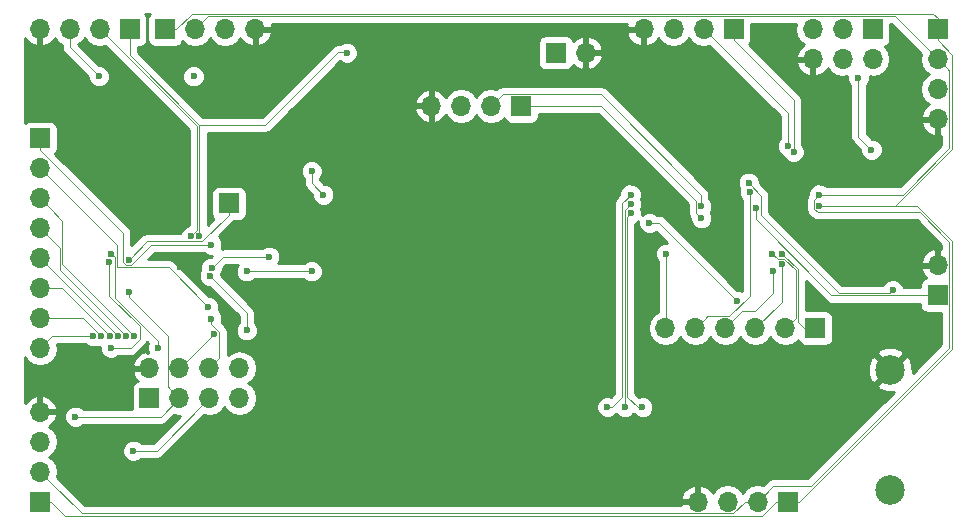
<source format=gbl>
G04 #@! TF.FileFunction,Copper,L2,Bot,Signal*
%FSLAX46Y46*%
G04 Gerber Fmt 4.6, Leading zero omitted, Abs format (unit mm)*
G04 Created by KiCad (PCBNEW 4.0.6) date 09/01/17 10:43:57*
%MOMM*%
%LPD*%
G01*
G04 APERTURE LIST*
%ADD10C,0.100000*%
%ADD11R,1.700000X1.700000*%
%ADD12O,1.700000X1.700000*%
%ADD13C,2.499360*%
%ADD14C,0.600000*%
%ADD15C,0.254000*%
G04 APERTURE END LIST*
D10*
D11*
X112260000Y-114540000D03*
D12*
X112260000Y-112000000D03*
X114800000Y-114540000D03*
X114800000Y-112000000D03*
X117340000Y-114540000D03*
X117340000Y-112000000D03*
X119880000Y-114540000D03*
X119880000Y-112000000D03*
D11*
X119000000Y-98050000D03*
D13*
X175000000Y-112120000D03*
X175000000Y-122280000D03*
D11*
X179000000Y-105840000D03*
D12*
X179000000Y-103300000D03*
D11*
X173500000Y-83300000D03*
D12*
X173500000Y-85840000D03*
X170960000Y-83300000D03*
X170960000Y-85840000D03*
X168420000Y-83300000D03*
X168420000Y-85840000D03*
D11*
X168660000Y-108600000D03*
D12*
X166120000Y-108600000D03*
X163580000Y-108600000D03*
X161040000Y-108600000D03*
X158500000Y-108600000D03*
X155960000Y-108600000D03*
D11*
X103000000Y-92540000D03*
D12*
X103000000Y-95080000D03*
X103000000Y-97620000D03*
X103000000Y-100160000D03*
X103000000Y-102700000D03*
X103000000Y-105240000D03*
X103000000Y-107780000D03*
X103000000Y-110320000D03*
D11*
X110600000Y-83300000D03*
D12*
X108060000Y-83300000D03*
X105520000Y-83300000D03*
X102980000Y-83300000D03*
D11*
X161720000Y-83300000D03*
D12*
X159180000Y-83300000D03*
X156640000Y-83300000D03*
X154100000Y-83300000D03*
D11*
X143740000Y-89800000D03*
D12*
X141200000Y-89800000D03*
X138660000Y-89800000D03*
X136120000Y-89800000D03*
D11*
X146660000Y-85300000D03*
D12*
X149200000Y-85300000D03*
D11*
X113600000Y-83300000D03*
D12*
X116140000Y-83300000D03*
X118680000Y-83300000D03*
X121220000Y-83300000D03*
D11*
X103000000Y-123300000D03*
D12*
X103000000Y-120760000D03*
X103000000Y-118220000D03*
X103000000Y-115680000D03*
D11*
X166300000Y-123300000D03*
D12*
X163760000Y-123300000D03*
X161220000Y-123300000D03*
X158680000Y-123300000D03*
D11*
X179000000Y-83300000D03*
D12*
X179000000Y-85840000D03*
X179000000Y-88380000D03*
X179000000Y-90920000D03*
D14*
X110500000Y-102800000D03*
X115700000Y-123400000D03*
X114862500Y-103437500D03*
X122500000Y-89300000D03*
X161500000Y-95800000D03*
X167600000Y-101000000D03*
X161500000Y-101300000D03*
X120000000Y-121300000D03*
X108000000Y-90300000D03*
X122250000Y-104800000D03*
X126000000Y-95300000D03*
X127000000Y-97300000D03*
X126000000Y-103800000D03*
X120500000Y-103800000D03*
X116000000Y-87300000D03*
X108000000Y-87300000D03*
X173400000Y-93500000D03*
X172300000Y-87400000D03*
X115800000Y-100800000D03*
X106000000Y-116100000D03*
X110500000Y-105550000D03*
X110900000Y-119000000D03*
X116500000Y-100800000D03*
X129000000Y-85300000D03*
X117500000Y-101550000D03*
X117244301Y-106805699D03*
X111000000Y-109300000D03*
X110299997Y-109300000D03*
X109599994Y-109300000D03*
X108899991Y-109300000D03*
X108199988Y-109300000D03*
X107499985Y-109300000D03*
X166800000Y-93700000D03*
X166300000Y-93200000D03*
X163600000Y-98450000D03*
X151000000Y-115300000D03*
X153000000Y-97300000D03*
X152500000Y-115300000D03*
X153000000Y-98100000D03*
X154000000Y-115300000D03*
X153000000Y-98900000D03*
X120500000Y-108800000D03*
X117367130Y-104173932D03*
X122405001Y-102550000D03*
X117525010Y-103491967D03*
X165800000Y-102300000D03*
X165000000Y-102300000D03*
X165800000Y-103200000D03*
X165100000Y-103800000D03*
X156000000Y-102300000D03*
X109000000Y-102300000D03*
X113000000Y-110300000D03*
X175200000Y-105390000D03*
X163000000Y-96300000D03*
X163100000Y-97100000D03*
X108870001Y-103000003D03*
X109000000Y-110300000D03*
X159000000Y-99300000D03*
X169000000Y-98300000D03*
X117500000Y-107800000D03*
X159000000Y-98300000D03*
X169000000Y-97300000D03*
X117744669Y-109105331D03*
X162000000Y-106300000D03*
X154600000Y-99700000D03*
D10*
X110500000Y-102800000D02*
X112049999Y-101250001D01*
X112049999Y-101250001D02*
X116749999Y-101250001D01*
X116749999Y-101250001D02*
X119000000Y-99000000D01*
X119000000Y-99000000D02*
X119000000Y-98050000D01*
X127000000Y-97300000D02*
X126000000Y-96300000D01*
X126000000Y-96300000D02*
X126000000Y-95300000D01*
X120500000Y-103800000D02*
X126000000Y-103800000D01*
X105540000Y-83300000D02*
X105540000Y-84840000D01*
X105540000Y-84840000D02*
X108000000Y-87300000D01*
X172300000Y-87400000D02*
X172300000Y-92400000D01*
X172300000Y-92400000D02*
X173400000Y-93500000D01*
X116300000Y-91520000D02*
X116300000Y-100300000D01*
X116300000Y-100300000D02*
X115800000Y-100800000D01*
X108080000Y-83300000D02*
X116300000Y-91520000D01*
X114800000Y-114540000D02*
X113240000Y-116100000D01*
X113240000Y-116100000D02*
X106000000Y-116100000D01*
X110500000Y-105550000D02*
X110500000Y-105974264D01*
X113799999Y-113539999D02*
X113950001Y-113690001D01*
X110500000Y-105974264D02*
X113799999Y-109274263D01*
X113799999Y-109274263D02*
X113799999Y-113539999D01*
X113950001Y-113690001D02*
X114800000Y-114540000D01*
X117340000Y-114540000D02*
X112880000Y-119000000D01*
X112880000Y-119000000D02*
X110900000Y-119000000D01*
X110620000Y-85520000D02*
X110620000Y-83300000D01*
X116500000Y-91400000D02*
X122066002Y-91400000D01*
X116500000Y-91400000D02*
X110620000Y-85520000D01*
X116500000Y-91400000D02*
X116500000Y-100800000D01*
X128200000Y-85266002D02*
X128966002Y-85266002D01*
X128966002Y-85266002D02*
X129000000Y-85300000D01*
X122066002Y-91400000D02*
X128200000Y-85266002D01*
X117500000Y-101550000D02*
X112416002Y-101550000D01*
X112416002Y-101550000D02*
X110716001Y-103250001D01*
X103000000Y-93490000D02*
X103000000Y-92540000D01*
X110716001Y-103250001D02*
X110283999Y-103250001D01*
X110283999Y-103250001D02*
X110049999Y-103016001D01*
X110049999Y-103016001D02*
X110049999Y-100539999D01*
X110049999Y-100539999D02*
X103000000Y-93490000D01*
X109520011Y-103450011D02*
X109520011Y-101600011D01*
X109520011Y-101600011D02*
X103000000Y-95080000D01*
X109520011Y-103450011D02*
X113888613Y-103450011D01*
X113888613Y-103450011D02*
X117244301Y-106805699D01*
X111000000Y-109300000D02*
X104900010Y-103200010D01*
X104900010Y-103200010D02*
X104900010Y-99520010D01*
X103849999Y-98469999D02*
X103000000Y-97620000D01*
X104900010Y-99520010D02*
X103849999Y-98469999D01*
X110749998Y-109249998D02*
X110800000Y-109300000D01*
X104700000Y-101860000D02*
X104700000Y-103700003D01*
X104700000Y-103700003D02*
X110299997Y-109300000D01*
X103000000Y-100160000D02*
X104700000Y-101860000D01*
X109599994Y-109300000D02*
X103000000Y-102700006D01*
X103000000Y-102700006D02*
X103000000Y-102700000D01*
X108899991Y-109300000D02*
X104839991Y-105240000D01*
X104839991Y-105240000D02*
X103000000Y-105240000D01*
X108899991Y-109300000D02*
X108865990Y-109300000D01*
X108199988Y-109300000D02*
X106679988Y-107780000D01*
X106679988Y-107780000D02*
X103000000Y-107780000D01*
X107499985Y-109300000D02*
X104020000Y-109300000D01*
X104020000Y-109300000D02*
X103000000Y-110320000D01*
X161740000Y-83300000D02*
X161740000Y-84250000D01*
X161740000Y-84250000D02*
X166800000Y-89310000D01*
X166800000Y-89310000D02*
X166800000Y-93700000D01*
X166300000Y-90400000D02*
X159200000Y-83300000D01*
X166300000Y-93200000D02*
X166300000Y-90400000D01*
X163600000Y-98450000D02*
X163600000Y-99400000D01*
X163600000Y-99400000D02*
X170006002Y-105806002D01*
X170006002Y-105840000D02*
X170006002Y-105806002D01*
X170006002Y-105840000D02*
X178050000Y-105840000D01*
X178050000Y-105840000D02*
X179000000Y-105840000D01*
X152299981Y-114400019D02*
X151400000Y-115300000D01*
X151400000Y-115300000D02*
X151000000Y-115300000D01*
X152299981Y-114300000D02*
X152299981Y-114400019D01*
X152299981Y-98517163D02*
X152299981Y-114300000D01*
X153000000Y-97300000D02*
X152299981Y-98000019D01*
X152299981Y-98000019D02*
X152299981Y-98517163D01*
X152499991Y-114299991D02*
X152499991Y-115299991D01*
X152499991Y-115299991D02*
X152500000Y-115300000D01*
X153000000Y-98100000D02*
X152499991Y-98600009D01*
X152499991Y-98600009D02*
X152499991Y-114299991D01*
X152700001Y-114400001D02*
X153600000Y-115300000D01*
X153600000Y-115300000D02*
X154000000Y-115300000D01*
X152700001Y-114299999D02*
X152700001Y-114400001D01*
X153000000Y-98900000D02*
X152700001Y-99199999D01*
X152700001Y-99199999D02*
X152700001Y-114299999D01*
X117367130Y-104173932D02*
X120500000Y-107306802D01*
X120500000Y-107306802D02*
X120500000Y-108800000D01*
X117525010Y-103491967D02*
X118466977Y-102550000D01*
X118466977Y-102550000D02*
X122405001Y-102550000D01*
X165800000Y-102300000D02*
X165848858Y-102300000D01*
X165848858Y-102300000D02*
X167170009Y-103621151D01*
X167170009Y-103621151D02*
X167170009Y-108060009D01*
X167170009Y-108060009D02*
X167710000Y-108600000D01*
X167710000Y-108600000D02*
X168660000Y-108600000D01*
X165000000Y-102300000D02*
X165450000Y-102750000D01*
X166016002Y-102750000D02*
X166969999Y-103703997D01*
X165450000Y-102750000D02*
X166016002Y-102750000D01*
X166969999Y-103703997D02*
X166969999Y-107750001D01*
X166969999Y-107750001D02*
X166120000Y-108600000D01*
X165800000Y-103200000D02*
X165800000Y-106380000D01*
X165800000Y-106380000D02*
X163580000Y-108600000D01*
X163499998Y-107200000D02*
X162440000Y-107200000D01*
X162440000Y-107200000D02*
X161040000Y-108600000D01*
X165100000Y-103800000D02*
X165100000Y-105599998D01*
X165100000Y-105599998D02*
X163499998Y-107200000D01*
X156000000Y-102300000D02*
X156000000Y-108560000D01*
X156000000Y-108560000D02*
X155960000Y-108600000D01*
X109320002Y-102620002D02*
X109320002Y-106034746D01*
X109000000Y-102300000D02*
X109320002Y-102620002D01*
X109320002Y-106034746D02*
X113000000Y-109714744D01*
X113000000Y-109875736D02*
X113000000Y-110300000D01*
X113000000Y-109714744D02*
X113000000Y-109875736D01*
X170639992Y-105639990D02*
X174950010Y-105639990D01*
X174950010Y-105639990D02*
X175200000Y-105390000D01*
X164050001Y-99049999D02*
X170639992Y-105639990D01*
X163000000Y-96300000D02*
X163000000Y-96333998D01*
X163000000Y-96333998D02*
X164050001Y-97383999D01*
X164050001Y-97383999D02*
X164050001Y-99049999D01*
X163100000Y-97100000D02*
X163100000Y-105866002D01*
X163100000Y-105866002D02*
X161366003Y-107599999D01*
X161366003Y-107599999D02*
X159500001Y-107599999D01*
X159500001Y-107599999D02*
X159349999Y-107750001D01*
X159349999Y-107750001D02*
X158500000Y-108600000D01*
X108870001Y-103000003D02*
X108870001Y-105867601D01*
X111450001Y-108447601D02*
X111450001Y-109516001D01*
X108870001Y-105867601D02*
X111450001Y-108447601D01*
X111450001Y-109516001D02*
X110666002Y-110300000D01*
X110666002Y-110300000D02*
X109000000Y-110300000D01*
X179000000Y-83300000D02*
X179000000Y-82350000D01*
X179000000Y-82350000D02*
X178649989Y-81999989D01*
X178649989Y-81999989D02*
X115850011Y-81999989D01*
X115850011Y-81999989D02*
X114550000Y-83300000D01*
X114550000Y-83300000D02*
X113600000Y-83300000D01*
X143740000Y-89800000D02*
X150500000Y-89800000D01*
X158549999Y-98849999D02*
X159000000Y-99300000D01*
X150500000Y-89800000D02*
X158549999Y-97849999D01*
X158549999Y-97849999D02*
X158549999Y-98849999D01*
X117500000Y-107800000D02*
X117500000Y-108224264D01*
X117500000Y-108224264D02*
X118194670Y-108918934D01*
X118194670Y-108918934D02*
X118194670Y-111145330D01*
X118194670Y-111145330D02*
X118189999Y-111150001D01*
X118189999Y-111150001D02*
X117340000Y-112000000D01*
X166300000Y-123300000D02*
X165350000Y-123300000D01*
X165350000Y-123300000D02*
X164149989Y-124500011D01*
X164149989Y-124500011D02*
X105150011Y-124500011D01*
X105150011Y-124500011D02*
X103950000Y-123300000D01*
X103950000Y-123300000D02*
X103000000Y-123300000D01*
X175382856Y-98300000D02*
X177282854Y-98300000D01*
X177282854Y-98300000D02*
X180200011Y-101217157D01*
X180200011Y-101217157D02*
X180200011Y-110349989D01*
X180200011Y-110349989D02*
X167250000Y-123300000D01*
X167250000Y-123300000D02*
X166300000Y-123300000D01*
X169000000Y-98300000D02*
X175382856Y-98300000D01*
X175382856Y-98300000D02*
X180200011Y-93482845D01*
X180200011Y-93482845D02*
X180200011Y-85450011D01*
X180200011Y-85450011D02*
X179000000Y-84250000D01*
X179000000Y-84250000D02*
X179000000Y-83300000D01*
X179000000Y-85840000D02*
X175359999Y-82199999D01*
X175359999Y-82199999D02*
X117240000Y-82200000D01*
X117240000Y-82200000D02*
X116140000Y-83300000D01*
X141200000Y-89800000D02*
X142200001Y-88799999D01*
X142200001Y-88799999D02*
X150499999Y-88799999D01*
X150499999Y-88799999D02*
X159000000Y-97300000D01*
X159000000Y-97300000D02*
X159000000Y-98300000D01*
X117744669Y-109105331D02*
X114850000Y-112000000D01*
X114850000Y-112000000D02*
X114800000Y-112000000D01*
X163760000Y-123300000D02*
X162700002Y-123300000D01*
X162700002Y-123300000D02*
X161700001Y-124300001D01*
X161700001Y-124300001D02*
X106540001Y-124300001D01*
X106540001Y-124300001D02*
X103849999Y-121609999D01*
X103849999Y-121609999D02*
X103000000Y-120760000D01*
X169000000Y-97300000D02*
X168549999Y-97750001D01*
X168549999Y-97750001D02*
X168549999Y-98516001D01*
X168549999Y-98516001D02*
X168833998Y-98800000D01*
X168833998Y-98800000D02*
X177500000Y-98800000D01*
X177500000Y-98800000D02*
X180000000Y-101300000D01*
X180000000Y-101300000D02*
X180000000Y-110267144D01*
X180000000Y-110267144D02*
X168267144Y-122000000D01*
X168267144Y-122000000D02*
X165060000Y-122000000D01*
X165060000Y-122000000D02*
X163760000Y-123300000D01*
X169000000Y-97300000D02*
X176100000Y-97300000D01*
X176100000Y-97300000D02*
X180000001Y-93399999D01*
X180000001Y-93399999D02*
X180000001Y-86840001D01*
X180000001Y-86840001D02*
X179849999Y-86689999D01*
X179849999Y-86689999D02*
X179000000Y-85840000D01*
X154600000Y-99700000D02*
X155400000Y-99700000D01*
X155400000Y-99700000D02*
X162000000Y-106300000D01*
D15*
G36*
X112153569Y-82198110D02*
X112102560Y-82450000D01*
X112102560Y-84150000D01*
X112146838Y-84385317D01*
X112285910Y-84601441D01*
X112498110Y-84746431D01*
X112750000Y-84797440D01*
X114450000Y-84797440D01*
X114685317Y-84753162D01*
X114901441Y-84614090D01*
X115046431Y-84401890D01*
X115060086Y-84334459D01*
X115089946Y-84379147D01*
X115571715Y-84701054D01*
X116140000Y-84814093D01*
X116708285Y-84701054D01*
X117190054Y-84379147D01*
X117410000Y-84049974D01*
X117629946Y-84379147D01*
X118111715Y-84701054D01*
X118680000Y-84814093D01*
X119248285Y-84701054D01*
X119730054Y-84379147D01*
X119957702Y-84038447D01*
X120024817Y-84181358D01*
X120453076Y-84571645D01*
X120863110Y-84741476D01*
X121093000Y-84620155D01*
X121093000Y-83427000D01*
X121347000Y-83427000D01*
X121347000Y-84620155D01*
X121576890Y-84741476D01*
X121986924Y-84571645D01*
X122415183Y-84181358D01*
X122661486Y-83656892D01*
X152658514Y-83656892D01*
X152904817Y-84181358D01*
X153333076Y-84571645D01*
X153743110Y-84741476D01*
X153973000Y-84620155D01*
X153973000Y-83427000D01*
X152779181Y-83427000D01*
X152658514Y-83656892D01*
X122661486Y-83656892D01*
X122540819Y-83427000D01*
X121347000Y-83427000D01*
X121093000Y-83427000D01*
X121073000Y-83427000D01*
X121073000Y-83173000D01*
X121093000Y-83173000D01*
X121093000Y-83153000D01*
X121347000Y-83153000D01*
X121347000Y-83173000D01*
X122540819Y-83173000D01*
X122661486Y-82943108D01*
X122634197Y-82885000D01*
X152685803Y-82884999D01*
X152658514Y-82943108D01*
X152779181Y-83173000D01*
X153973000Y-83173000D01*
X153973000Y-83153000D01*
X154227000Y-83153000D01*
X154227000Y-83173000D01*
X154247000Y-83173000D01*
X154247000Y-83427000D01*
X154227000Y-83427000D01*
X154227000Y-84620155D01*
X154456890Y-84741476D01*
X154866924Y-84571645D01*
X155295183Y-84181358D01*
X155362298Y-84038447D01*
X155589946Y-84379147D01*
X156071715Y-84701054D01*
X156640000Y-84814093D01*
X157208285Y-84701054D01*
X157690054Y-84379147D01*
X157910000Y-84049974D01*
X158129946Y-84379147D01*
X158611715Y-84701054D01*
X159180000Y-84814093D01*
X159651558Y-84720294D01*
X165615000Y-90683736D01*
X165615000Y-92562668D01*
X165507808Y-92669673D01*
X165365162Y-93013201D01*
X165364838Y-93385167D01*
X165506883Y-93728943D01*
X165769673Y-93992192D01*
X165937928Y-94062058D01*
X166006883Y-94228943D01*
X166269673Y-94492192D01*
X166613201Y-94634838D01*
X166985167Y-94635162D01*
X167328943Y-94493117D01*
X167592192Y-94230327D01*
X167734838Y-93886799D01*
X167735162Y-93514833D01*
X167593117Y-93171057D01*
X167485000Y-93062751D01*
X167485000Y-89310000D01*
X167432857Y-89047862D01*
X167284368Y-88825632D01*
X164655628Y-86196892D01*
X166978514Y-86196892D01*
X167224817Y-86721358D01*
X167653076Y-87111645D01*
X168063110Y-87281476D01*
X168293000Y-87160155D01*
X168293000Y-85967000D01*
X167099181Y-85967000D01*
X166978514Y-86196892D01*
X164655628Y-86196892D01*
X163042299Y-84583563D01*
X163166431Y-84401890D01*
X163217440Y-84150000D01*
X163217440Y-82884999D01*
X167011762Y-82884999D01*
X166935000Y-83270907D01*
X166935000Y-83329093D01*
X167048039Y-83897378D01*
X167369946Y-84379147D01*
X167653101Y-84568345D01*
X167653076Y-84568355D01*
X167224817Y-84958642D01*
X166978514Y-85483108D01*
X167099181Y-85713000D01*
X168293000Y-85713000D01*
X168293000Y-85693000D01*
X168547000Y-85693000D01*
X168547000Y-85713000D01*
X168567000Y-85713000D01*
X168567000Y-85967000D01*
X168547000Y-85967000D01*
X168547000Y-87160155D01*
X168776890Y-87281476D01*
X169186924Y-87111645D01*
X169615183Y-86721358D01*
X169682298Y-86578447D01*
X169909946Y-86919147D01*
X170391715Y-87241054D01*
X170960000Y-87354093D01*
X171365109Y-87273512D01*
X171364838Y-87585167D01*
X171506883Y-87928943D01*
X171615000Y-88037249D01*
X171615000Y-92400000D01*
X171667143Y-92662138D01*
X171815632Y-92884368D01*
X172464970Y-93533706D01*
X172464838Y-93685167D01*
X172606883Y-94028943D01*
X172869673Y-94292192D01*
X173213201Y-94434838D01*
X173585167Y-94435162D01*
X173928943Y-94293117D01*
X174192192Y-94030327D01*
X174334838Y-93686799D01*
X174335162Y-93314833D01*
X174193117Y-92971057D01*
X173930327Y-92707808D01*
X173586799Y-92565162D01*
X173433765Y-92565029D01*
X172985000Y-92116264D01*
X172985000Y-91276890D01*
X177558524Y-91276890D01*
X177728355Y-91686924D01*
X178118642Y-92115183D01*
X178643108Y-92361486D01*
X178873000Y-92240819D01*
X178873000Y-91047000D01*
X177679845Y-91047000D01*
X177558524Y-91276890D01*
X172985000Y-91276890D01*
X172985000Y-88037332D01*
X173092192Y-87930327D01*
X173234838Y-87586799D01*
X173235087Y-87301398D01*
X173500000Y-87354093D01*
X174068285Y-87241054D01*
X174550054Y-86919147D01*
X174871961Y-86437378D01*
X174985000Y-85869093D01*
X174985000Y-85810907D01*
X174871961Y-85242622D01*
X174550054Y-84760853D01*
X174548821Y-84760029D01*
X174585317Y-84753162D01*
X174801441Y-84614090D01*
X174946431Y-84401890D01*
X174997440Y-84150000D01*
X174997440Y-82884999D01*
X175076263Y-82884999D01*
X177576388Y-85385124D01*
X177485907Y-85840000D01*
X177598946Y-86408285D01*
X177920853Y-86890054D01*
X178250026Y-87110000D01*
X177920853Y-87329946D01*
X177598946Y-87811715D01*
X177485907Y-88380000D01*
X177598946Y-88948285D01*
X177920853Y-89430054D01*
X178261553Y-89657702D01*
X178118642Y-89724817D01*
X177728355Y-90153076D01*
X177558524Y-90563110D01*
X177679845Y-90793000D01*
X178873000Y-90793000D01*
X178873000Y-90773000D01*
X179127000Y-90773000D01*
X179127000Y-90793000D01*
X179147000Y-90793000D01*
X179147000Y-91047000D01*
X179127000Y-91047000D01*
X179127000Y-92240819D01*
X179315001Y-92339498D01*
X179315001Y-93116263D01*
X175816264Y-96615000D01*
X169637332Y-96615000D01*
X169530327Y-96507808D01*
X169186799Y-96365162D01*
X168814833Y-96364838D01*
X168471057Y-96506883D01*
X168207808Y-96769673D01*
X168065162Y-97113201D01*
X168065028Y-97266535D01*
X167917142Y-97487863D01*
X167864999Y-97750001D01*
X167864999Y-98516001D01*
X167917142Y-98778139D01*
X168065631Y-99000369D01*
X168349630Y-99284368D01*
X168571860Y-99432857D01*
X168833998Y-99485000D01*
X177216264Y-99485000D01*
X179315000Y-101583736D01*
X179315000Y-101880503D01*
X179127000Y-101979181D01*
X179127000Y-103173000D01*
X179147000Y-103173000D01*
X179147000Y-103427000D01*
X179127000Y-103427000D01*
X179127000Y-103447000D01*
X178873000Y-103447000D01*
X178873000Y-103427000D01*
X177679845Y-103427000D01*
X177558524Y-103656890D01*
X177728355Y-104066924D01*
X178004501Y-104369937D01*
X177914683Y-104386838D01*
X177698559Y-104525910D01*
X177553569Y-104738110D01*
X177502560Y-104990000D01*
X177502560Y-105155000D01*
X176114571Y-105155000D01*
X175993117Y-104861057D01*
X175730327Y-104597808D01*
X175386799Y-104455162D01*
X175014833Y-104454838D01*
X174671057Y-104596883D01*
X174407808Y-104859673D01*
X174368229Y-104954990D01*
X170923728Y-104954990D01*
X168911848Y-102943110D01*
X177558524Y-102943110D01*
X177679845Y-103173000D01*
X178873000Y-103173000D01*
X178873000Y-101979181D01*
X178643108Y-101858514D01*
X178118642Y-102104817D01*
X177728355Y-102533076D01*
X177558524Y-102943110D01*
X168911848Y-102943110D01*
X164735001Y-98766263D01*
X164735001Y-97383999D01*
X164682858Y-97121861D01*
X164534369Y-96899631D01*
X163935000Y-96300262D01*
X163935162Y-96114833D01*
X163793117Y-95771057D01*
X163530327Y-95507808D01*
X163186799Y-95365162D01*
X162814833Y-95364838D01*
X162471057Y-95506883D01*
X162207808Y-95769673D01*
X162065162Y-96113201D01*
X162064838Y-96485167D01*
X162203524Y-96820815D01*
X162165162Y-96913201D01*
X162164838Y-97285167D01*
X162306883Y-97628943D01*
X162415000Y-97737249D01*
X162415000Y-105459920D01*
X162186799Y-105365162D01*
X162033765Y-105365029D01*
X155884368Y-99215632D01*
X155662138Y-99067143D01*
X155400000Y-99015000D01*
X155237332Y-99015000D01*
X155130327Y-98907808D01*
X154786799Y-98765162D01*
X154414833Y-98764838D01*
X154071057Y-98906883D01*
X153934876Y-99042826D01*
X153935162Y-98714833D01*
X153846352Y-98499896D01*
X153934838Y-98286799D01*
X153935162Y-97914833D01*
X153846352Y-97699896D01*
X153934838Y-97486799D01*
X153935162Y-97114833D01*
X153793117Y-96771057D01*
X153530327Y-96507808D01*
X153186799Y-96365162D01*
X152814833Y-96364838D01*
X152471057Y-96506883D01*
X152207808Y-96769673D01*
X152065162Y-97113201D01*
X152065029Y-97266235D01*
X151815613Y-97515651D01*
X151667124Y-97737881D01*
X151614981Y-98000019D01*
X151614981Y-114116283D01*
X151313494Y-114417770D01*
X151186799Y-114365162D01*
X150814833Y-114364838D01*
X150471057Y-114506883D01*
X150207808Y-114769673D01*
X150065162Y-115113201D01*
X150064838Y-115485167D01*
X150206883Y-115828943D01*
X150469673Y-116092192D01*
X150813201Y-116234838D01*
X151185167Y-116235162D01*
X151528943Y-116093117D01*
X151744837Y-115877599D01*
X151751206Y-115873344D01*
X151969673Y-116092192D01*
X152313201Y-116234838D01*
X152685167Y-116235162D01*
X153028943Y-116093117D01*
X153248977Y-115873466D01*
X153256039Y-115878185D01*
X153469673Y-116092192D01*
X153813201Y-116234838D01*
X154185167Y-116235162D01*
X154528943Y-116093117D01*
X154792192Y-115830327D01*
X154934838Y-115486799D01*
X154935162Y-115114833D01*
X154793117Y-114771057D01*
X154530327Y-114507808D01*
X154186799Y-114365162D01*
X153814833Y-114364838D01*
X153686571Y-114417835D01*
X153385001Y-114116265D01*
X153385001Y-111795883D01*
X173105929Y-111795883D01*
X173126072Y-112545384D01*
X173374141Y-113144275D01*
X173666911Y-113273483D01*
X174820395Y-112120000D01*
X173666911Y-110966517D01*
X173374141Y-111095725D01*
X173105929Y-111795883D01*
X153385001Y-111795883D01*
X153385001Y-110786911D01*
X173846517Y-110786911D01*
X175000000Y-111940395D01*
X176153483Y-110786911D01*
X176024275Y-110494141D01*
X175324117Y-110225929D01*
X174574616Y-110246072D01*
X173975725Y-110494141D01*
X173846517Y-110786911D01*
X153385001Y-110786911D01*
X153385001Y-99752592D01*
X153528943Y-99693117D01*
X153665124Y-99557174D01*
X153664838Y-99885167D01*
X153806883Y-100228943D01*
X154069673Y-100492192D01*
X154413201Y-100634838D01*
X154785167Y-100635162D01*
X155128943Y-100493117D01*
X155176704Y-100445440D01*
X156096347Y-101365083D01*
X155814833Y-101364838D01*
X155471057Y-101506883D01*
X155207808Y-101769673D01*
X155065162Y-102113201D01*
X155064838Y-102485167D01*
X155206883Y-102828943D01*
X155315000Y-102937249D01*
X155315000Y-107250205D01*
X154909946Y-107520853D01*
X154588039Y-108002622D01*
X154475000Y-108570907D01*
X154475000Y-108629093D01*
X154588039Y-109197378D01*
X154909946Y-109679147D01*
X155391715Y-110001054D01*
X155960000Y-110114093D01*
X156528285Y-110001054D01*
X157010054Y-109679147D01*
X157230000Y-109349974D01*
X157449946Y-109679147D01*
X157931715Y-110001054D01*
X158500000Y-110114093D01*
X159068285Y-110001054D01*
X159550054Y-109679147D01*
X159770000Y-109349974D01*
X159989946Y-109679147D01*
X160471715Y-110001054D01*
X161040000Y-110114093D01*
X161608285Y-110001054D01*
X162090054Y-109679147D01*
X162310000Y-109349974D01*
X162529946Y-109679147D01*
X163011715Y-110001054D01*
X163580000Y-110114093D01*
X164148285Y-110001054D01*
X164630054Y-109679147D01*
X164850000Y-109349974D01*
X165069946Y-109679147D01*
X165551715Y-110001054D01*
X166120000Y-110114093D01*
X166688285Y-110001054D01*
X167170054Y-109679147D01*
X167197850Y-109637548D01*
X167206838Y-109685317D01*
X167345910Y-109901441D01*
X167558110Y-110046431D01*
X167810000Y-110097440D01*
X169510000Y-110097440D01*
X169745317Y-110053162D01*
X169961441Y-109914090D01*
X170106431Y-109701890D01*
X170157440Y-109450000D01*
X170157440Y-107750000D01*
X170113162Y-107514683D01*
X169974090Y-107298559D01*
X169761890Y-107153569D01*
X169510000Y-107102560D01*
X167855009Y-107102560D01*
X167855009Y-104623745D01*
X169453174Y-106221910D01*
X169521634Y-106324368D01*
X169743864Y-106472857D01*
X170006002Y-106525000D01*
X177502560Y-106525000D01*
X177502560Y-106690000D01*
X177546838Y-106925317D01*
X177685910Y-107141441D01*
X177898110Y-107286431D01*
X178150000Y-107337440D01*
X179315000Y-107337440D01*
X179315000Y-109983408D01*
X176893030Y-112405378D01*
X176873928Y-111694616D01*
X176625859Y-111095725D01*
X176333089Y-110966517D01*
X175179605Y-112120000D01*
X175193748Y-112134142D01*
X175014142Y-112313748D01*
X175000000Y-112299605D01*
X173846517Y-113453089D01*
X173975725Y-113745859D01*
X174675883Y-114014071D01*
X175301141Y-113997267D01*
X167983408Y-121315000D01*
X165060000Y-121315000D01*
X164797862Y-121367143D01*
X164575632Y-121515632D01*
X164214876Y-121876388D01*
X163760000Y-121785907D01*
X163191715Y-121898946D01*
X162709946Y-122220853D01*
X162490000Y-122550026D01*
X162270054Y-122220853D01*
X161788285Y-121898946D01*
X161220000Y-121785907D01*
X160651715Y-121898946D01*
X160169946Y-122220853D01*
X159942298Y-122561553D01*
X159875183Y-122418642D01*
X159446924Y-122028355D01*
X159036890Y-121858524D01*
X158807000Y-121979845D01*
X158807000Y-123173000D01*
X158827000Y-123173000D01*
X158827000Y-123427000D01*
X158807000Y-123427000D01*
X158807000Y-123447000D01*
X158553000Y-123447000D01*
X158553000Y-123427000D01*
X157359181Y-123427000D01*
X157260502Y-123615001D01*
X106823737Y-123615001D01*
X106151844Y-122943108D01*
X157238514Y-122943108D01*
X157359181Y-123173000D01*
X158553000Y-123173000D01*
X158553000Y-121979845D01*
X158323110Y-121858524D01*
X157913076Y-122028355D01*
X157484817Y-122418642D01*
X157238514Y-122943108D01*
X106151844Y-122943108D01*
X104423612Y-121214876D01*
X104514093Y-120760000D01*
X104401054Y-120191715D01*
X104079147Y-119709946D01*
X103749974Y-119490000D01*
X104079147Y-119270054D01*
X104401054Y-118788285D01*
X104514093Y-118220000D01*
X104401054Y-117651715D01*
X104079147Y-117169946D01*
X103738447Y-116942298D01*
X103881358Y-116875183D01*
X104271645Y-116446924D01*
X104441476Y-116036890D01*
X104320155Y-115807000D01*
X103127000Y-115807000D01*
X103127000Y-115827000D01*
X102873000Y-115827000D01*
X102873000Y-115807000D01*
X102853000Y-115807000D01*
X102853000Y-115553000D01*
X102873000Y-115553000D01*
X102873000Y-114359181D01*
X103127000Y-114359181D01*
X103127000Y-115553000D01*
X104320155Y-115553000D01*
X104441476Y-115323110D01*
X104271645Y-114913076D01*
X103881358Y-114484817D01*
X103356892Y-114238514D01*
X103127000Y-114359181D01*
X102873000Y-114359181D01*
X102643108Y-114238514D01*
X102118642Y-114484817D01*
X101728355Y-114913076D01*
X101710000Y-114957392D01*
X101710000Y-111054489D01*
X101920853Y-111370054D01*
X102402622Y-111691961D01*
X102970907Y-111805000D01*
X103029093Y-111805000D01*
X103597378Y-111691961D01*
X104079147Y-111370054D01*
X104401054Y-110888285D01*
X104514093Y-110320000D01*
X104447457Y-109985000D01*
X106862653Y-109985000D01*
X106969658Y-110092192D01*
X107313186Y-110234838D01*
X107685152Y-110235162D01*
X107849967Y-110167062D01*
X108013189Y-110234838D01*
X108065056Y-110234883D01*
X108064838Y-110485167D01*
X108206883Y-110828943D01*
X108469673Y-111092192D01*
X108813201Y-111234838D01*
X109185167Y-111235162D01*
X109528943Y-111093117D01*
X109637249Y-110985000D01*
X110666002Y-110985000D01*
X110928140Y-110932857D01*
X111150370Y-110784368D01*
X111934369Y-110000369D01*
X112082858Y-109778139D01*
X112084816Y-109768296D01*
X112172126Y-109855606D01*
X112065162Y-110113201D01*
X112064838Y-110485167D01*
X112132998Y-110650127D01*
X112132998Y-110679844D01*
X111903110Y-110558524D01*
X111493076Y-110728355D01*
X111064817Y-111118642D01*
X110818514Y-111643108D01*
X110939181Y-111873000D01*
X112133000Y-111873000D01*
X112133000Y-111853000D01*
X112387000Y-111853000D01*
X112387000Y-111873000D01*
X112407000Y-111873000D01*
X112407000Y-112127000D01*
X112387000Y-112127000D01*
X112387000Y-112147000D01*
X112133000Y-112147000D01*
X112133000Y-112127000D01*
X110939181Y-112127000D01*
X110818514Y-112356892D01*
X111064817Y-112881358D01*
X111270504Y-113068808D01*
X111174683Y-113086838D01*
X110958559Y-113225910D01*
X110813569Y-113438110D01*
X110762560Y-113690000D01*
X110762560Y-115390000D01*
X110767264Y-115415000D01*
X106637332Y-115415000D01*
X106530327Y-115307808D01*
X106186799Y-115165162D01*
X105814833Y-115164838D01*
X105471057Y-115306883D01*
X105207808Y-115569673D01*
X105065162Y-115913201D01*
X105064838Y-116285167D01*
X105206883Y-116628943D01*
X105469673Y-116892192D01*
X105813201Y-117034838D01*
X106185167Y-117035162D01*
X106528943Y-116893117D01*
X106637249Y-116785000D01*
X113240000Y-116785000D01*
X113502138Y-116732857D01*
X113724368Y-116584368D01*
X114345124Y-115963612D01*
X114800000Y-116054093D01*
X114871367Y-116039897D01*
X112596264Y-118315000D01*
X111537332Y-118315000D01*
X111430327Y-118207808D01*
X111086799Y-118065162D01*
X110714833Y-118064838D01*
X110371057Y-118206883D01*
X110107808Y-118469673D01*
X109965162Y-118813201D01*
X109964838Y-119185167D01*
X110106883Y-119528943D01*
X110369673Y-119792192D01*
X110713201Y-119934838D01*
X111085167Y-119935162D01*
X111428943Y-119793117D01*
X111537249Y-119685000D01*
X112880000Y-119685000D01*
X113142138Y-119632857D01*
X113364368Y-119484368D01*
X116885124Y-115963612D01*
X117340000Y-116054093D01*
X117908285Y-115941054D01*
X118390054Y-115619147D01*
X118610000Y-115289974D01*
X118829946Y-115619147D01*
X119311715Y-115941054D01*
X119880000Y-116054093D01*
X120448285Y-115941054D01*
X120930054Y-115619147D01*
X121251961Y-115137378D01*
X121365000Y-114569093D01*
X121365000Y-114510907D01*
X121251961Y-113942622D01*
X120930054Y-113460853D01*
X120644422Y-113270000D01*
X120930054Y-113079147D01*
X121251961Y-112597378D01*
X121365000Y-112029093D01*
X121365000Y-111970907D01*
X121251961Y-111402622D01*
X120930054Y-110920853D01*
X120448285Y-110598946D01*
X119880000Y-110485907D01*
X119311715Y-110598946D01*
X118879670Y-110887629D01*
X118879670Y-108918934D01*
X118827527Y-108656796D01*
X118679038Y-108434566D01*
X118375110Y-108130638D01*
X118434838Y-107986799D01*
X118435162Y-107614833D01*
X118293117Y-107271057D01*
X118130933Y-107108590D01*
X118179139Y-106992498D01*
X118179463Y-106620532D01*
X118037418Y-106276756D01*
X117774628Y-106013507D01*
X117431100Y-105870861D01*
X117278066Y-105870728D01*
X114372981Y-102965643D01*
X114150751Y-102817154D01*
X113888613Y-102765011D01*
X112169727Y-102765011D01*
X112699738Y-102235000D01*
X116862668Y-102235000D01*
X116969673Y-102342192D01*
X117313201Y-102484838D01*
X117563185Y-102485056D01*
X117491304Y-102556937D01*
X117339843Y-102556805D01*
X116996067Y-102698850D01*
X116732818Y-102961640D01*
X116590172Y-103305168D01*
X116589890Y-103628679D01*
X116574938Y-103643605D01*
X116432292Y-103987133D01*
X116431968Y-104359099D01*
X116574013Y-104702875D01*
X116836803Y-104966124D01*
X117180331Y-105108770D01*
X117333365Y-105108903D01*
X119815000Y-107590538D01*
X119815000Y-108162668D01*
X119707808Y-108269673D01*
X119565162Y-108613201D01*
X119564838Y-108985167D01*
X119706883Y-109328943D01*
X119969673Y-109592192D01*
X120313201Y-109734838D01*
X120685167Y-109735162D01*
X121028943Y-109593117D01*
X121292192Y-109330327D01*
X121434838Y-108986799D01*
X121435162Y-108614833D01*
X121293117Y-108271057D01*
X121185000Y-108162751D01*
X121185000Y-107306802D01*
X121132857Y-107044664D01*
X120984368Y-106822434D01*
X118302160Y-104140226D01*
X118302250Y-104037220D01*
X118317202Y-104022294D01*
X118459848Y-103678766D01*
X118459981Y-103525732D01*
X118750713Y-103235000D01*
X119742542Y-103235000D01*
X119707808Y-103269673D01*
X119565162Y-103613201D01*
X119564838Y-103985167D01*
X119706883Y-104328943D01*
X119969673Y-104592192D01*
X120313201Y-104734838D01*
X120685167Y-104735162D01*
X121028943Y-104593117D01*
X121137249Y-104485000D01*
X125362668Y-104485000D01*
X125469673Y-104592192D01*
X125813201Y-104734838D01*
X126185167Y-104735162D01*
X126528943Y-104593117D01*
X126792192Y-104330327D01*
X126934838Y-103986799D01*
X126935162Y-103614833D01*
X126793117Y-103271057D01*
X126530327Y-103007808D01*
X126186799Y-102865162D01*
X125814833Y-102864838D01*
X125471057Y-103006883D01*
X125362751Y-103115000D01*
X123162459Y-103115000D01*
X123197193Y-103080327D01*
X123339839Y-102736799D01*
X123340163Y-102364833D01*
X123198118Y-102021057D01*
X122935328Y-101757808D01*
X122591800Y-101615162D01*
X122219834Y-101614838D01*
X121876058Y-101756883D01*
X121767752Y-101865000D01*
X118466977Y-101865000D01*
X118373918Y-101883511D01*
X118434838Y-101736799D01*
X118435162Y-101364833D01*
X118293117Y-101021057D01*
X118120549Y-100848187D01*
X119421296Y-99547440D01*
X119850000Y-99547440D01*
X120085317Y-99503162D01*
X120301441Y-99364090D01*
X120446431Y-99151890D01*
X120497440Y-98900000D01*
X120497440Y-97200000D01*
X120453162Y-96964683D01*
X120314090Y-96748559D01*
X120101890Y-96603569D01*
X119850000Y-96552560D01*
X118150000Y-96552560D01*
X117914683Y-96596838D01*
X117698559Y-96735910D01*
X117553569Y-96948110D01*
X117502560Y-97200000D01*
X117502560Y-98900000D01*
X117546838Y-99135317D01*
X117683527Y-99347737D01*
X117185000Y-99846264D01*
X117185000Y-95485167D01*
X125064838Y-95485167D01*
X125206883Y-95828943D01*
X125315000Y-95937249D01*
X125315000Y-96300000D01*
X125367143Y-96562138D01*
X125515632Y-96784368D01*
X126064970Y-97333706D01*
X126064838Y-97485167D01*
X126206883Y-97828943D01*
X126469673Y-98092192D01*
X126813201Y-98234838D01*
X127185167Y-98235162D01*
X127528943Y-98093117D01*
X127792192Y-97830327D01*
X127934838Y-97486799D01*
X127935162Y-97114833D01*
X127793117Y-96771057D01*
X127530327Y-96507808D01*
X127186799Y-96365162D01*
X127033765Y-96365029D01*
X126685000Y-96016264D01*
X126685000Y-95937332D01*
X126792192Y-95830327D01*
X126934838Y-95486799D01*
X126935162Y-95114833D01*
X126793117Y-94771057D01*
X126530327Y-94507808D01*
X126186799Y-94365162D01*
X125814833Y-94364838D01*
X125471057Y-94506883D01*
X125207808Y-94769673D01*
X125065162Y-95113201D01*
X125064838Y-95485167D01*
X117185000Y-95485167D01*
X117185000Y-92085000D01*
X122066002Y-92085000D01*
X122328140Y-92032857D01*
X122550370Y-91884368D01*
X124277846Y-90156892D01*
X134678514Y-90156892D01*
X134924817Y-90681358D01*
X135353076Y-91071645D01*
X135763110Y-91241476D01*
X135993000Y-91120155D01*
X135993000Y-89927000D01*
X134799181Y-89927000D01*
X134678514Y-90156892D01*
X124277846Y-90156892D01*
X124991630Y-89443108D01*
X134678514Y-89443108D01*
X134799181Y-89673000D01*
X135993000Y-89673000D01*
X135993000Y-88479845D01*
X136247000Y-88479845D01*
X136247000Y-89673000D01*
X136267000Y-89673000D01*
X136267000Y-89927000D01*
X136247000Y-89927000D01*
X136247000Y-91120155D01*
X136476890Y-91241476D01*
X136886924Y-91071645D01*
X137315183Y-90681358D01*
X137382298Y-90538447D01*
X137609946Y-90879147D01*
X138091715Y-91201054D01*
X138660000Y-91314093D01*
X139228285Y-91201054D01*
X139710054Y-90879147D01*
X139930000Y-90549974D01*
X140149946Y-90879147D01*
X140631715Y-91201054D01*
X141200000Y-91314093D01*
X141768285Y-91201054D01*
X142250054Y-90879147D01*
X142277850Y-90837548D01*
X142286838Y-90885317D01*
X142425910Y-91101441D01*
X142638110Y-91246431D01*
X142890000Y-91297440D01*
X144590000Y-91297440D01*
X144825317Y-91253162D01*
X145041441Y-91114090D01*
X145186431Y-90901890D01*
X145237440Y-90650000D01*
X145237440Y-90485000D01*
X150216264Y-90485000D01*
X157864999Y-98133735D01*
X157864999Y-98849999D01*
X157917142Y-99112137D01*
X158064970Y-99333378D01*
X158064838Y-99485167D01*
X158206883Y-99828943D01*
X158469673Y-100092192D01*
X158813201Y-100234838D01*
X159185167Y-100235162D01*
X159528943Y-100093117D01*
X159792192Y-99830327D01*
X159934838Y-99486799D01*
X159935162Y-99114833D01*
X159804931Y-98799649D01*
X159934838Y-98486799D01*
X159935162Y-98114833D01*
X159793117Y-97771057D01*
X159685000Y-97662751D01*
X159685000Y-97300000D01*
X159632857Y-97037862D01*
X159484368Y-96815632D01*
X150984367Y-88315631D01*
X150762137Y-88167142D01*
X150499999Y-88114999D01*
X142200001Y-88114999D01*
X141937863Y-88167142D01*
X141715633Y-88315631D01*
X141654876Y-88376388D01*
X141200000Y-88285907D01*
X140631715Y-88398946D01*
X140149946Y-88720853D01*
X139930000Y-89050026D01*
X139710054Y-88720853D01*
X139228285Y-88398946D01*
X138660000Y-88285907D01*
X138091715Y-88398946D01*
X137609946Y-88720853D01*
X137382298Y-89061553D01*
X137315183Y-88918642D01*
X136886924Y-88528355D01*
X136476890Y-88358524D01*
X136247000Y-88479845D01*
X135993000Y-88479845D01*
X135763110Y-88358524D01*
X135353076Y-88528355D01*
X134924817Y-88918642D01*
X134678514Y-89443108D01*
X124991630Y-89443108D01*
X128406165Y-86028573D01*
X128469673Y-86092192D01*
X128813201Y-86234838D01*
X129185167Y-86235162D01*
X129528943Y-86093117D01*
X129792192Y-85830327D01*
X129934838Y-85486799D01*
X129935162Y-85114833D01*
X129793117Y-84771057D01*
X129530327Y-84507808D01*
X129391111Y-84450000D01*
X145162560Y-84450000D01*
X145162560Y-86150000D01*
X145206838Y-86385317D01*
X145345910Y-86601441D01*
X145558110Y-86746431D01*
X145810000Y-86797440D01*
X147510000Y-86797440D01*
X147745317Y-86753162D01*
X147961441Y-86614090D01*
X148106431Y-86401890D01*
X148128301Y-86293893D01*
X148433076Y-86571645D01*
X148843110Y-86741476D01*
X149073000Y-86620155D01*
X149073000Y-85427000D01*
X149327000Y-85427000D01*
X149327000Y-86620155D01*
X149556890Y-86741476D01*
X149966924Y-86571645D01*
X150395183Y-86181358D01*
X150641486Y-85656892D01*
X150520819Y-85427000D01*
X149327000Y-85427000D01*
X149073000Y-85427000D01*
X149053000Y-85427000D01*
X149053000Y-85173000D01*
X149073000Y-85173000D01*
X149073000Y-83979845D01*
X149327000Y-83979845D01*
X149327000Y-85173000D01*
X150520819Y-85173000D01*
X150641486Y-84943108D01*
X150395183Y-84418642D01*
X149966924Y-84028355D01*
X149556890Y-83858524D01*
X149327000Y-83979845D01*
X149073000Y-83979845D01*
X148843110Y-83858524D01*
X148433076Y-84028355D01*
X148130063Y-84304501D01*
X148113162Y-84214683D01*
X147974090Y-83998559D01*
X147761890Y-83853569D01*
X147510000Y-83802560D01*
X145810000Y-83802560D01*
X145574683Y-83846838D01*
X145358559Y-83985910D01*
X145213569Y-84198110D01*
X145162560Y-84450000D01*
X129391111Y-84450000D01*
X129186799Y-84365162D01*
X128814833Y-84364838D01*
X128471057Y-84506883D01*
X128396809Y-84581002D01*
X128200000Y-84581002D01*
X127937862Y-84633145D01*
X127715632Y-84781634D01*
X121782266Y-90715000D01*
X116783736Y-90715000D01*
X113553903Y-87485167D01*
X115064838Y-87485167D01*
X115206883Y-87828943D01*
X115469673Y-88092192D01*
X115813201Y-88234838D01*
X116185167Y-88235162D01*
X116528943Y-88093117D01*
X116792192Y-87830327D01*
X116934838Y-87486799D01*
X116935162Y-87114833D01*
X116793117Y-86771057D01*
X116530327Y-86507808D01*
X116186799Y-86365162D01*
X115814833Y-86364838D01*
X115471057Y-86506883D01*
X115207808Y-86769673D01*
X115065162Y-87113201D01*
X115064838Y-87485167D01*
X113553903Y-87485167D01*
X111305000Y-85236264D01*
X111305000Y-84797440D01*
X111450000Y-84797440D01*
X111685317Y-84753162D01*
X111901441Y-84614090D01*
X112046431Y-84401890D01*
X112097440Y-84150000D01*
X112097440Y-82450000D01*
X112053162Y-82214683D01*
X111921452Y-82010000D01*
X112282099Y-82010000D01*
X112153569Y-82198110D01*
X112153569Y-82198110D01*
G37*
X112153569Y-82198110D02*
X112102560Y-82450000D01*
X112102560Y-84150000D01*
X112146838Y-84385317D01*
X112285910Y-84601441D01*
X112498110Y-84746431D01*
X112750000Y-84797440D01*
X114450000Y-84797440D01*
X114685317Y-84753162D01*
X114901441Y-84614090D01*
X115046431Y-84401890D01*
X115060086Y-84334459D01*
X115089946Y-84379147D01*
X115571715Y-84701054D01*
X116140000Y-84814093D01*
X116708285Y-84701054D01*
X117190054Y-84379147D01*
X117410000Y-84049974D01*
X117629946Y-84379147D01*
X118111715Y-84701054D01*
X118680000Y-84814093D01*
X119248285Y-84701054D01*
X119730054Y-84379147D01*
X119957702Y-84038447D01*
X120024817Y-84181358D01*
X120453076Y-84571645D01*
X120863110Y-84741476D01*
X121093000Y-84620155D01*
X121093000Y-83427000D01*
X121347000Y-83427000D01*
X121347000Y-84620155D01*
X121576890Y-84741476D01*
X121986924Y-84571645D01*
X122415183Y-84181358D01*
X122661486Y-83656892D01*
X152658514Y-83656892D01*
X152904817Y-84181358D01*
X153333076Y-84571645D01*
X153743110Y-84741476D01*
X153973000Y-84620155D01*
X153973000Y-83427000D01*
X152779181Y-83427000D01*
X152658514Y-83656892D01*
X122661486Y-83656892D01*
X122540819Y-83427000D01*
X121347000Y-83427000D01*
X121093000Y-83427000D01*
X121073000Y-83427000D01*
X121073000Y-83173000D01*
X121093000Y-83173000D01*
X121093000Y-83153000D01*
X121347000Y-83153000D01*
X121347000Y-83173000D01*
X122540819Y-83173000D01*
X122661486Y-82943108D01*
X122634197Y-82885000D01*
X152685803Y-82884999D01*
X152658514Y-82943108D01*
X152779181Y-83173000D01*
X153973000Y-83173000D01*
X153973000Y-83153000D01*
X154227000Y-83153000D01*
X154227000Y-83173000D01*
X154247000Y-83173000D01*
X154247000Y-83427000D01*
X154227000Y-83427000D01*
X154227000Y-84620155D01*
X154456890Y-84741476D01*
X154866924Y-84571645D01*
X155295183Y-84181358D01*
X155362298Y-84038447D01*
X155589946Y-84379147D01*
X156071715Y-84701054D01*
X156640000Y-84814093D01*
X157208285Y-84701054D01*
X157690054Y-84379147D01*
X157910000Y-84049974D01*
X158129946Y-84379147D01*
X158611715Y-84701054D01*
X159180000Y-84814093D01*
X159651558Y-84720294D01*
X165615000Y-90683736D01*
X165615000Y-92562668D01*
X165507808Y-92669673D01*
X165365162Y-93013201D01*
X165364838Y-93385167D01*
X165506883Y-93728943D01*
X165769673Y-93992192D01*
X165937928Y-94062058D01*
X166006883Y-94228943D01*
X166269673Y-94492192D01*
X166613201Y-94634838D01*
X166985167Y-94635162D01*
X167328943Y-94493117D01*
X167592192Y-94230327D01*
X167734838Y-93886799D01*
X167735162Y-93514833D01*
X167593117Y-93171057D01*
X167485000Y-93062751D01*
X167485000Y-89310000D01*
X167432857Y-89047862D01*
X167284368Y-88825632D01*
X164655628Y-86196892D01*
X166978514Y-86196892D01*
X167224817Y-86721358D01*
X167653076Y-87111645D01*
X168063110Y-87281476D01*
X168293000Y-87160155D01*
X168293000Y-85967000D01*
X167099181Y-85967000D01*
X166978514Y-86196892D01*
X164655628Y-86196892D01*
X163042299Y-84583563D01*
X163166431Y-84401890D01*
X163217440Y-84150000D01*
X163217440Y-82884999D01*
X167011762Y-82884999D01*
X166935000Y-83270907D01*
X166935000Y-83329093D01*
X167048039Y-83897378D01*
X167369946Y-84379147D01*
X167653101Y-84568345D01*
X167653076Y-84568355D01*
X167224817Y-84958642D01*
X166978514Y-85483108D01*
X167099181Y-85713000D01*
X168293000Y-85713000D01*
X168293000Y-85693000D01*
X168547000Y-85693000D01*
X168547000Y-85713000D01*
X168567000Y-85713000D01*
X168567000Y-85967000D01*
X168547000Y-85967000D01*
X168547000Y-87160155D01*
X168776890Y-87281476D01*
X169186924Y-87111645D01*
X169615183Y-86721358D01*
X169682298Y-86578447D01*
X169909946Y-86919147D01*
X170391715Y-87241054D01*
X170960000Y-87354093D01*
X171365109Y-87273512D01*
X171364838Y-87585167D01*
X171506883Y-87928943D01*
X171615000Y-88037249D01*
X171615000Y-92400000D01*
X171667143Y-92662138D01*
X171815632Y-92884368D01*
X172464970Y-93533706D01*
X172464838Y-93685167D01*
X172606883Y-94028943D01*
X172869673Y-94292192D01*
X173213201Y-94434838D01*
X173585167Y-94435162D01*
X173928943Y-94293117D01*
X174192192Y-94030327D01*
X174334838Y-93686799D01*
X174335162Y-93314833D01*
X174193117Y-92971057D01*
X173930327Y-92707808D01*
X173586799Y-92565162D01*
X173433765Y-92565029D01*
X172985000Y-92116264D01*
X172985000Y-91276890D01*
X177558524Y-91276890D01*
X177728355Y-91686924D01*
X178118642Y-92115183D01*
X178643108Y-92361486D01*
X178873000Y-92240819D01*
X178873000Y-91047000D01*
X177679845Y-91047000D01*
X177558524Y-91276890D01*
X172985000Y-91276890D01*
X172985000Y-88037332D01*
X173092192Y-87930327D01*
X173234838Y-87586799D01*
X173235087Y-87301398D01*
X173500000Y-87354093D01*
X174068285Y-87241054D01*
X174550054Y-86919147D01*
X174871961Y-86437378D01*
X174985000Y-85869093D01*
X174985000Y-85810907D01*
X174871961Y-85242622D01*
X174550054Y-84760853D01*
X174548821Y-84760029D01*
X174585317Y-84753162D01*
X174801441Y-84614090D01*
X174946431Y-84401890D01*
X174997440Y-84150000D01*
X174997440Y-82884999D01*
X175076263Y-82884999D01*
X177576388Y-85385124D01*
X177485907Y-85840000D01*
X177598946Y-86408285D01*
X177920853Y-86890054D01*
X178250026Y-87110000D01*
X177920853Y-87329946D01*
X177598946Y-87811715D01*
X177485907Y-88380000D01*
X177598946Y-88948285D01*
X177920853Y-89430054D01*
X178261553Y-89657702D01*
X178118642Y-89724817D01*
X177728355Y-90153076D01*
X177558524Y-90563110D01*
X177679845Y-90793000D01*
X178873000Y-90793000D01*
X178873000Y-90773000D01*
X179127000Y-90773000D01*
X179127000Y-90793000D01*
X179147000Y-90793000D01*
X179147000Y-91047000D01*
X179127000Y-91047000D01*
X179127000Y-92240819D01*
X179315001Y-92339498D01*
X179315001Y-93116263D01*
X175816264Y-96615000D01*
X169637332Y-96615000D01*
X169530327Y-96507808D01*
X169186799Y-96365162D01*
X168814833Y-96364838D01*
X168471057Y-96506883D01*
X168207808Y-96769673D01*
X168065162Y-97113201D01*
X168065028Y-97266535D01*
X167917142Y-97487863D01*
X167864999Y-97750001D01*
X167864999Y-98516001D01*
X167917142Y-98778139D01*
X168065631Y-99000369D01*
X168349630Y-99284368D01*
X168571860Y-99432857D01*
X168833998Y-99485000D01*
X177216264Y-99485000D01*
X179315000Y-101583736D01*
X179315000Y-101880503D01*
X179127000Y-101979181D01*
X179127000Y-103173000D01*
X179147000Y-103173000D01*
X179147000Y-103427000D01*
X179127000Y-103427000D01*
X179127000Y-103447000D01*
X178873000Y-103447000D01*
X178873000Y-103427000D01*
X177679845Y-103427000D01*
X177558524Y-103656890D01*
X177728355Y-104066924D01*
X178004501Y-104369937D01*
X177914683Y-104386838D01*
X177698559Y-104525910D01*
X177553569Y-104738110D01*
X177502560Y-104990000D01*
X177502560Y-105155000D01*
X176114571Y-105155000D01*
X175993117Y-104861057D01*
X175730327Y-104597808D01*
X175386799Y-104455162D01*
X175014833Y-104454838D01*
X174671057Y-104596883D01*
X174407808Y-104859673D01*
X174368229Y-104954990D01*
X170923728Y-104954990D01*
X168911848Y-102943110D01*
X177558524Y-102943110D01*
X177679845Y-103173000D01*
X178873000Y-103173000D01*
X178873000Y-101979181D01*
X178643108Y-101858514D01*
X178118642Y-102104817D01*
X177728355Y-102533076D01*
X177558524Y-102943110D01*
X168911848Y-102943110D01*
X164735001Y-98766263D01*
X164735001Y-97383999D01*
X164682858Y-97121861D01*
X164534369Y-96899631D01*
X163935000Y-96300262D01*
X163935162Y-96114833D01*
X163793117Y-95771057D01*
X163530327Y-95507808D01*
X163186799Y-95365162D01*
X162814833Y-95364838D01*
X162471057Y-95506883D01*
X162207808Y-95769673D01*
X162065162Y-96113201D01*
X162064838Y-96485167D01*
X162203524Y-96820815D01*
X162165162Y-96913201D01*
X162164838Y-97285167D01*
X162306883Y-97628943D01*
X162415000Y-97737249D01*
X162415000Y-105459920D01*
X162186799Y-105365162D01*
X162033765Y-105365029D01*
X155884368Y-99215632D01*
X155662138Y-99067143D01*
X155400000Y-99015000D01*
X155237332Y-99015000D01*
X155130327Y-98907808D01*
X154786799Y-98765162D01*
X154414833Y-98764838D01*
X154071057Y-98906883D01*
X153934876Y-99042826D01*
X153935162Y-98714833D01*
X153846352Y-98499896D01*
X153934838Y-98286799D01*
X153935162Y-97914833D01*
X153846352Y-97699896D01*
X153934838Y-97486799D01*
X153935162Y-97114833D01*
X153793117Y-96771057D01*
X153530327Y-96507808D01*
X153186799Y-96365162D01*
X152814833Y-96364838D01*
X152471057Y-96506883D01*
X152207808Y-96769673D01*
X152065162Y-97113201D01*
X152065029Y-97266235D01*
X151815613Y-97515651D01*
X151667124Y-97737881D01*
X151614981Y-98000019D01*
X151614981Y-114116283D01*
X151313494Y-114417770D01*
X151186799Y-114365162D01*
X150814833Y-114364838D01*
X150471057Y-114506883D01*
X150207808Y-114769673D01*
X150065162Y-115113201D01*
X150064838Y-115485167D01*
X150206883Y-115828943D01*
X150469673Y-116092192D01*
X150813201Y-116234838D01*
X151185167Y-116235162D01*
X151528943Y-116093117D01*
X151744837Y-115877599D01*
X151751206Y-115873344D01*
X151969673Y-116092192D01*
X152313201Y-116234838D01*
X152685167Y-116235162D01*
X153028943Y-116093117D01*
X153248977Y-115873466D01*
X153256039Y-115878185D01*
X153469673Y-116092192D01*
X153813201Y-116234838D01*
X154185167Y-116235162D01*
X154528943Y-116093117D01*
X154792192Y-115830327D01*
X154934838Y-115486799D01*
X154935162Y-115114833D01*
X154793117Y-114771057D01*
X154530327Y-114507808D01*
X154186799Y-114365162D01*
X153814833Y-114364838D01*
X153686571Y-114417835D01*
X153385001Y-114116265D01*
X153385001Y-111795883D01*
X173105929Y-111795883D01*
X173126072Y-112545384D01*
X173374141Y-113144275D01*
X173666911Y-113273483D01*
X174820395Y-112120000D01*
X173666911Y-110966517D01*
X173374141Y-111095725D01*
X173105929Y-111795883D01*
X153385001Y-111795883D01*
X153385001Y-110786911D01*
X173846517Y-110786911D01*
X175000000Y-111940395D01*
X176153483Y-110786911D01*
X176024275Y-110494141D01*
X175324117Y-110225929D01*
X174574616Y-110246072D01*
X173975725Y-110494141D01*
X173846517Y-110786911D01*
X153385001Y-110786911D01*
X153385001Y-99752592D01*
X153528943Y-99693117D01*
X153665124Y-99557174D01*
X153664838Y-99885167D01*
X153806883Y-100228943D01*
X154069673Y-100492192D01*
X154413201Y-100634838D01*
X154785167Y-100635162D01*
X155128943Y-100493117D01*
X155176704Y-100445440D01*
X156096347Y-101365083D01*
X155814833Y-101364838D01*
X155471057Y-101506883D01*
X155207808Y-101769673D01*
X155065162Y-102113201D01*
X155064838Y-102485167D01*
X155206883Y-102828943D01*
X155315000Y-102937249D01*
X155315000Y-107250205D01*
X154909946Y-107520853D01*
X154588039Y-108002622D01*
X154475000Y-108570907D01*
X154475000Y-108629093D01*
X154588039Y-109197378D01*
X154909946Y-109679147D01*
X155391715Y-110001054D01*
X155960000Y-110114093D01*
X156528285Y-110001054D01*
X157010054Y-109679147D01*
X157230000Y-109349974D01*
X157449946Y-109679147D01*
X157931715Y-110001054D01*
X158500000Y-110114093D01*
X159068285Y-110001054D01*
X159550054Y-109679147D01*
X159770000Y-109349974D01*
X159989946Y-109679147D01*
X160471715Y-110001054D01*
X161040000Y-110114093D01*
X161608285Y-110001054D01*
X162090054Y-109679147D01*
X162310000Y-109349974D01*
X162529946Y-109679147D01*
X163011715Y-110001054D01*
X163580000Y-110114093D01*
X164148285Y-110001054D01*
X164630054Y-109679147D01*
X164850000Y-109349974D01*
X165069946Y-109679147D01*
X165551715Y-110001054D01*
X166120000Y-110114093D01*
X166688285Y-110001054D01*
X167170054Y-109679147D01*
X167197850Y-109637548D01*
X167206838Y-109685317D01*
X167345910Y-109901441D01*
X167558110Y-110046431D01*
X167810000Y-110097440D01*
X169510000Y-110097440D01*
X169745317Y-110053162D01*
X169961441Y-109914090D01*
X170106431Y-109701890D01*
X170157440Y-109450000D01*
X170157440Y-107750000D01*
X170113162Y-107514683D01*
X169974090Y-107298559D01*
X169761890Y-107153569D01*
X169510000Y-107102560D01*
X167855009Y-107102560D01*
X167855009Y-104623745D01*
X169453174Y-106221910D01*
X169521634Y-106324368D01*
X169743864Y-106472857D01*
X170006002Y-106525000D01*
X177502560Y-106525000D01*
X177502560Y-106690000D01*
X177546838Y-106925317D01*
X177685910Y-107141441D01*
X177898110Y-107286431D01*
X178150000Y-107337440D01*
X179315000Y-107337440D01*
X179315000Y-109983408D01*
X176893030Y-112405378D01*
X176873928Y-111694616D01*
X176625859Y-111095725D01*
X176333089Y-110966517D01*
X175179605Y-112120000D01*
X175193748Y-112134142D01*
X175014142Y-112313748D01*
X175000000Y-112299605D01*
X173846517Y-113453089D01*
X173975725Y-113745859D01*
X174675883Y-114014071D01*
X175301141Y-113997267D01*
X167983408Y-121315000D01*
X165060000Y-121315000D01*
X164797862Y-121367143D01*
X164575632Y-121515632D01*
X164214876Y-121876388D01*
X163760000Y-121785907D01*
X163191715Y-121898946D01*
X162709946Y-122220853D01*
X162490000Y-122550026D01*
X162270054Y-122220853D01*
X161788285Y-121898946D01*
X161220000Y-121785907D01*
X160651715Y-121898946D01*
X160169946Y-122220853D01*
X159942298Y-122561553D01*
X159875183Y-122418642D01*
X159446924Y-122028355D01*
X159036890Y-121858524D01*
X158807000Y-121979845D01*
X158807000Y-123173000D01*
X158827000Y-123173000D01*
X158827000Y-123427000D01*
X158807000Y-123427000D01*
X158807000Y-123447000D01*
X158553000Y-123447000D01*
X158553000Y-123427000D01*
X157359181Y-123427000D01*
X157260502Y-123615001D01*
X106823737Y-123615001D01*
X106151844Y-122943108D01*
X157238514Y-122943108D01*
X157359181Y-123173000D01*
X158553000Y-123173000D01*
X158553000Y-121979845D01*
X158323110Y-121858524D01*
X157913076Y-122028355D01*
X157484817Y-122418642D01*
X157238514Y-122943108D01*
X106151844Y-122943108D01*
X104423612Y-121214876D01*
X104514093Y-120760000D01*
X104401054Y-120191715D01*
X104079147Y-119709946D01*
X103749974Y-119490000D01*
X104079147Y-119270054D01*
X104401054Y-118788285D01*
X104514093Y-118220000D01*
X104401054Y-117651715D01*
X104079147Y-117169946D01*
X103738447Y-116942298D01*
X103881358Y-116875183D01*
X104271645Y-116446924D01*
X104441476Y-116036890D01*
X104320155Y-115807000D01*
X103127000Y-115807000D01*
X103127000Y-115827000D01*
X102873000Y-115827000D01*
X102873000Y-115807000D01*
X102853000Y-115807000D01*
X102853000Y-115553000D01*
X102873000Y-115553000D01*
X102873000Y-114359181D01*
X103127000Y-114359181D01*
X103127000Y-115553000D01*
X104320155Y-115553000D01*
X104441476Y-115323110D01*
X104271645Y-114913076D01*
X103881358Y-114484817D01*
X103356892Y-114238514D01*
X103127000Y-114359181D01*
X102873000Y-114359181D01*
X102643108Y-114238514D01*
X102118642Y-114484817D01*
X101728355Y-114913076D01*
X101710000Y-114957392D01*
X101710000Y-111054489D01*
X101920853Y-111370054D01*
X102402622Y-111691961D01*
X102970907Y-111805000D01*
X103029093Y-111805000D01*
X103597378Y-111691961D01*
X104079147Y-111370054D01*
X104401054Y-110888285D01*
X104514093Y-110320000D01*
X104447457Y-109985000D01*
X106862653Y-109985000D01*
X106969658Y-110092192D01*
X107313186Y-110234838D01*
X107685152Y-110235162D01*
X107849967Y-110167062D01*
X108013189Y-110234838D01*
X108065056Y-110234883D01*
X108064838Y-110485167D01*
X108206883Y-110828943D01*
X108469673Y-111092192D01*
X108813201Y-111234838D01*
X109185167Y-111235162D01*
X109528943Y-111093117D01*
X109637249Y-110985000D01*
X110666002Y-110985000D01*
X110928140Y-110932857D01*
X111150370Y-110784368D01*
X111934369Y-110000369D01*
X112082858Y-109778139D01*
X112084816Y-109768296D01*
X112172126Y-109855606D01*
X112065162Y-110113201D01*
X112064838Y-110485167D01*
X112132998Y-110650127D01*
X112132998Y-110679844D01*
X111903110Y-110558524D01*
X111493076Y-110728355D01*
X111064817Y-111118642D01*
X110818514Y-111643108D01*
X110939181Y-111873000D01*
X112133000Y-111873000D01*
X112133000Y-111853000D01*
X112387000Y-111853000D01*
X112387000Y-111873000D01*
X112407000Y-111873000D01*
X112407000Y-112127000D01*
X112387000Y-112127000D01*
X112387000Y-112147000D01*
X112133000Y-112147000D01*
X112133000Y-112127000D01*
X110939181Y-112127000D01*
X110818514Y-112356892D01*
X111064817Y-112881358D01*
X111270504Y-113068808D01*
X111174683Y-113086838D01*
X110958559Y-113225910D01*
X110813569Y-113438110D01*
X110762560Y-113690000D01*
X110762560Y-115390000D01*
X110767264Y-115415000D01*
X106637332Y-115415000D01*
X106530327Y-115307808D01*
X106186799Y-115165162D01*
X105814833Y-115164838D01*
X105471057Y-115306883D01*
X105207808Y-115569673D01*
X105065162Y-115913201D01*
X105064838Y-116285167D01*
X105206883Y-116628943D01*
X105469673Y-116892192D01*
X105813201Y-117034838D01*
X106185167Y-117035162D01*
X106528943Y-116893117D01*
X106637249Y-116785000D01*
X113240000Y-116785000D01*
X113502138Y-116732857D01*
X113724368Y-116584368D01*
X114345124Y-115963612D01*
X114800000Y-116054093D01*
X114871367Y-116039897D01*
X112596264Y-118315000D01*
X111537332Y-118315000D01*
X111430327Y-118207808D01*
X111086799Y-118065162D01*
X110714833Y-118064838D01*
X110371057Y-118206883D01*
X110107808Y-118469673D01*
X109965162Y-118813201D01*
X109964838Y-119185167D01*
X110106883Y-119528943D01*
X110369673Y-119792192D01*
X110713201Y-119934838D01*
X111085167Y-119935162D01*
X111428943Y-119793117D01*
X111537249Y-119685000D01*
X112880000Y-119685000D01*
X113142138Y-119632857D01*
X113364368Y-119484368D01*
X116885124Y-115963612D01*
X117340000Y-116054093D01*
X117908285Y-115941054D01*
X118390054Y-115619147D01*
X118610000Y-115289974D01*
X118829946Y-115619147D01*
X119311715Y-115941054D01*
X119880000Y-116054093D01*
X120448285Y-115941054D01*
X120930054Y-115619147D01*
X121251961Y-115137378D01*
X121365000Y-114569093D01*
X121365000Y-114510907D01*
X121251961Y-113942622D01*
X120930054Y-113460853D01*
X120644422Y-113270000D01*
X120930054Y-113079147D01*
X121251961Y-112597378D01*
X121365000Y-112029093D01*
X121365000Y-111970907D01*
X121251961Y-111402622D01*
X120930054Y-110920853D01*
X120448285Y-110598946D01*
X119880000Y-110485907D01*
X119311715Y-110598946D01*
X118879670Y-110887629D01*
X118879670Y-108918934D01*
X118827527Y-108656796D01*
X118679038Y-108434566D01*
X118375110Y-108130638D01*
X118434838Y-107986799D01*
X118435162Y-107614833D01*
X118293117Y-107271057D01*
X118130933Y-107108590D01*
X118179139Y-106992498D01*
X118179463Y-106620532D01*
X118037418Y-106276756D01*
X117774628Y-106013507D01*
X117431100Y-105870861D01*
X117278066Y-105870728D01*
X114372981Y-102965643D01*
X114150751Y-102817154D01*
X113888613Y-102765011D01*
X112169727Y-102765011D01*
X112699738Y-102235000D01*
X116862668Y-102235000D01*
X116969673Y-102342192D01*
X117313201Y-102484838D01*
X117563185Y-102485056D01*
X117491304Y-102556937D01*
X117339843Y-102556805D01*
X116996067Y-102698850D01*
X116732818Y-102961640D01*
X116590172Y-103305168D01*
X116589890Y-103628679D01*
X116574938Y-103643605D01*
X116432292Y-103987133D01*
X116431968Y-104359099D01*
X116574013Y-104702875D01*
X116836803Y-104966124D01*
X117180331Y-105108770D01*
X117333365Y-105108903D01*
X119815000Y-107590538D01*
X119815000Y-108162668D01*
X119707808Y-108269673D01*
X119565162Y-108613201D01*
X119564838Y-108985167D01*
X119706883Y-109328943D01*
X119969673Y-109592192D01*
X120313201Y-109734838D01*
X120685167Y-109735162D01*
X121028943Y-109593117D01*
X121292192Y-109330327D01*
X121434838Y-108986799D01*
X121435162Y-108614833D01*
X121293117Y-108271057D01*
X121185000Y-108162751D01*
X121185000Y-107306802D01*
X121132857Y-107044664D01*
X120984368Y-106822434D01*
X118302160Y-104140226D01*
X118302250Y-104037220D01*
X118317202Y-104022294D01*
X118459848Y-103678766D01*
X118459981Y-103525732D01*
X118750713Y-103235000D01*
X119742542Y-103235000D01*
X119707808Y-103269673D01*
X119565162Y-103613201D01*
X119564838Y-103985167D01*
X119706883Y-104328943D01*
X119969673Y-104592192D01*
X120313201Y-104734838D01*
X120685167Y-104735162D01*
X121028943Y-104593117D01*
X121137249Y-104485000D01*
X125362668Y-104485000D01*
X125469673Y-104592192D01*
X125813201Y-104734838D01*
X126185167Y-104735162D01*
X126528943Y-104593117D01*
X126792192Y-104330327D01*
X126934838Y-103986799D01*
X126935162Y-103614833D01*
X126793117Y-103271057D01*
X126530327Y-103007808D01*
X126186799Y-102865162D01*
X125814833Y-102864838D01*
X125471057Y-103006883D01*
X125362751Y-103115000D01*
X123162459Y-103115000D01*
X123197193Y-103080327D01*
X123339839Y-102736799D01*
X123340163Y-102364833D01*
X123198118Y-102021057D01*
X122935328Y-101757808D01*
X122591800Y-101615162D01*
X122219834Y-101614838D01*
X121876058Y-101756883D01*
X121767752Y-101865000D01*
X118466977Y-101865000D01*
X118373918Y-101883511D01*
X118434838Y-101736799D01*
X118435162Y-101364833D01*
X118293117Y-101021057D01*
X118120549Y-100848187D01*
X119421296Y-99547440D01*
X119850000Y-99547440D01*
X120085317Y-99503162D01*
X120301441Y-99364090D01*
X120446431Y-99151890D01*
X120497440Y-98900000D01*
X120497440Y-97200000D01*
X120453162Y-96964683D01*
X120314090Y-96748559D01*
X120101890Y-96603569D01*
X119850000Y-96552560D01*
X118150000Y-96552560D01*
X117914683Y-96596838D01*
X117698559Y-96735910D01*
X117553569Y-96948110D01*
X117502560Y-97200000D01*
X117502560Y-98900000D01*
X117546838Y-99135317D01*
X117683527Y-99347737D01*
X117185000Y-99846264D01*
X117185000Y-95485167D01*
X125064838Y-95485167D01*
X125206883Y-95828943D01*
X125315000Y-95937249D01*
X125315000Y-96300000D01*
X125367143Y-96562138D01*
X125515632Y-96784368D01*
X126064970Y-97333706D01*
X126064838Y-97485167D01*
X126206883Y-97828943D01*
X126469673Y-98092192D01*
X126813201Y-98234838D01*
X127185167Y-98235162D01*
X127528943Y-98093117D01*
X127792192Y-97830327D01*
X127934838Y-97486799D01*
X127935162Y-97114833D01*
X127793117Y-96771057D01*
X127530327Y-96507808D01*
X127186799Y-96365162D01*
X127033765Y-96365029D01*
X126685000Y-96016264D01*
X126685000Y-95937332D01*
X126792192Y-95830327D01*
X126934838Y-95486799D01*
X126935162Y-95114833D01*
X126793117Y-94771057D01*
X126530327Y-94507808D01*
X126186799Y-94365162D01*
X125814833Y-94364838D01*
X125471057Y-94506883D01*
X125207808Y-94769673D01*
X125065162Y-95113201D01*
X125064838Y-95485167D01*
X117185000Y-95485167D01*
X117185000Y-92085000D01*
X122066002Y-92085000D01*
X122328140Y-92032857D01*
X122550370Y-91884368D01*
X124277846Y-90156892D01*
X134678514Y-90156892D01*
X134924817Y-90681358D01*
X135353076Y-91071645D01*
X135763110Y-91241476D01*
X135993000Y-91120155D01*
X135993000Y-89927000D01*
X134799181Y-89927000D01*
X134678514Y-90156892D01*
X124277846Y-90156892D01*
X124991630Y-89443108D01*
X134678514Y-89443108D01*
X134799181Y-89673000D01*
X135993000Y-89673000D01*
X135993000Y-88479845D01*
X136247000Y-88479845D01*
X136247000Y-89673000D01*
X136267000Y-89673000D01*
X136267000Y-89927000D01*
X136247000Y-89927000D01*
X136247000Y-91120155D01*
X136476890Y-91241476D01*
X136886924Y-91071645D01*
X137315183Y-90681358D01*
X137382298Y-90538447D01*
X137609946Y-90879147D01*
X138091715Y-91201054D01*
X138660000Y-91314093D01*
X139228285Y-91201054D01*
X139710054Y-90879147D01*
X139930000Y-90549974D01*
X140149946Y-90879147D01*
X140631715Y-91201054D01*
X141200000Y-91314093D01*
X141768285Y-91201054D01*
X142250054Y-90879147D01*
X142277850Y-90837548D01*
X142286838Y-90885317D01*
X142425910Y-91101441D01*
X142638110Y-91246431D01*
X142890000Y-91297440D01*
X144590000Y-91297440D01*
X144825317Y-91253162D01*
X145041441Y-91114090D01*
X145186431Y-90901890D01*
X145237440Y-90650000D01*
X145237440Y-90485000D01*
X150216264Y-90485000D01*
X157864999Y-98133735D01*
X157864999Y-98849999D01*
X157917142Y-99112137D01*
X158064970Y-99333378D01*
X158064838Y-99485167D01*
X158206883Y-99828943D01*
X158469673Y-100092192D01*
X158813201Y-100234838D01*
X159185167Y-100235162D01*
X159528943Y-100093117D01*
X159792192Y-99830327D01*
X159934838Y-99486799D01*
X159935162Y-99114833D01*
X159804931Y-98799649D01*
X159934838Y-98486799D01*
X159935162Y-98114833D01*
X159793117Y-97771057D01*
X159685000Y-97662751D01*
X159685000Y-97300000D01*
X159632857Y-97037862D01*
X159484368Y-96815632D01*
X150984367Y-88315631D01*
X150762137Y-88167142D01*
X150499999Y-88114999D01*
X142200001Y-88114999D01*
X141937863Y-88167142D01*
X141715633Y-88315631D01*
X141654876Y-88376388D01*
X141200000Y-88285907D01*
X140631715Y-88398946D01*
X140149946Y-88720853D01*
X139930000Y-89050026D01*
X139710054Y-88720853D01*
X139228285Y-88398946D01*
X138660000Y-88285907D01*
X138091715Y-88398946D01*
X137609946Y-88720853D01*
X137382298Y-89061553D01*
X137315183Y-88918642D01*
X136886924Y-88528355D01*
X136476890Y-88358524D01*
X136247000Y-88479845D01*
X135993000Y-88479845D01*
X135763110Y-88358524D01*
X135353076Y-88528355D01*
X134924817Y-88918642D01*
X134678514Y-89443108D01*
X124991630Y-89443108D01*
X128406165Y-86028573D01*
X128469673Y-86092192D01*
X128813201Y-86234838D01*
X129185167Y-86235162D01*
X129528943Y-86093117D01*
X129792192Y-85830327D01*
X129934838Y-85486799D01*
X129935162Y-85114833D01*
X129793117Y-84771057D01*
X129530327Y-84507808D01*
X129391111Y-84450000D01*
X145162560Y-84450000D01*
X145162560Y-86150000D01*
X145206838Y-86385317D01*
X145345910Y-86601441D01*
X145558110Y-86746431D01*
X145810000Y-86797440D01*
X147510000Y-86797440D01*
X147745317Y-86753162D01*
X147961441Y-86614090D01*
X148106431Y-86401890D01*
X148128301Y-86293893D01*
X148433076Y-86571645D01*
X148843110Y-86741476D01*
X149073000Y-86620155D01*
X149073000Y-85427000D01*
X149327000Y-85427000D01*
X149327000Y-86620155D01*
X149556890Y-86741476D01*
X149966924Y-86571645D01*
X150395183Y-86181358D01*
X150641486Y-85656892D01*
X150520819Y-85427000D01*
X149327000Y-85427000D01*
X149073000Y-85427000D01*
X149053000Y-85427000D01*
X149053000Y-85173000D01*
X149073000Y-85173000D01*
X149073000Y-83979845D01*
X149327000Y-83979845D01*
X149327000Y-85173000D01*
X150520819Y-85173000D01*
X150641486Y-84943108D01*
X150395183Y-84418642D01*
X149966924Y-84028355D01*
X149556890Y-83858524D01*
X149327000Y-83979845D01*
X149073000Y-83979845D01*
X148843110Y-83858524D01*
X148433076Y-84028355D01*
X148130063Y-84304501D01*
X148113162Y-84214683D01*
X147974090Y-83998559D01*
X147761890Y-83853569D01*
X147510000Y-83802560D01*
X145810000Y-83802560D01*
X145574683Y-83846838D01*
X145358559Y-83985910D01*
X145213569Y-84198110D01*
X145162560Y-84450000D01*
X129391111Y-84450000D01*
X129186799Y-84365162D01*
X128814833Y-84364838D01*
X128471057Y-84506883D01*
X128396809Y-84581002D01*
X128200000Y-84581002D01*
X127937862Y-84633145D01*
X127715632Y-84781634D01*
X121782266Y-90715000D01*
X116783736Y-90715000D01*
X113553903Y-87485167D01*
X115064838Y-87485167D01*
X115206883Y-87828943D01*
X115469673Y-88092192D01*
X115813201Y-88234838D01*
X116185167Y-88235162D01*
X116528943Y-88093117D01*
X116792192Y-87830327D01*
X116934838Y-87486799D01*
X116935162Y-87114833D01*
X116793117Y-86771057D01*
X116530327Y-86507808D01*
X116186799Y-86365162D01*
X115814833Y-86364838D01*
X115471057Y-86506883D01*
X115207808Y-86769673D01*
X115065162Y-87113201D01*
X115064838Y-87485167D01*
X113553903Y-87485167D01*
X111305000Y-85236264D01*
X111305000Y-84797440D01*
X111450000Y-84797440D01*
X111685317Y-84753162D01*
X111901441Y-84614090D01*
X112046431Y-84401890D01*
X112097440Y-84150000D01*
X112097440Y-82450000D01*
X112053162Y-82214683D01*
X111921452Y-82010000D01*
X112282099Y-82010000D01*
X112153569Y-82198110D01*
G36*
X103107000Y-83173000D02*
X103127000Y-83173000D01*
X103127000Y-83427000D01*
X103107000Y-83427000D01*
X103107000Y-84620155D01*
X103336890Y-84741476D01*
X103746924Y-84571645D01*
X104175183Y-84181358D01*
X104242298Y-84038447D01*
X104469946Y-84379147D01*
X104855000Y-84636431D01*
X104855000Y-84840000D01*
X104907143Y-85102138D01*
X105055632Y-85324368D01*
X107064970Y-87333706D01*
X107064838Y-87485167D01*
X107206883Y-87828943D01*
X107469673Y-88092192D01*
X107813201Y-88234838D01*
X108185167Y-88235162D01*
X108528943Y-88093117D01*
X108792192Y-87830327D01*
X108934838Y-87486799D01*
X108935162Y-87114833D01*
X108793117Y-86771057D01*
X108530327Y-86507808D01*
X108186799Y-86365162D01*
X108033765Y-86365029D01*
X106257035Y-84588299D01*
X106570054Y-84379147D01*
X106790000Y-84049974D01*
X107009946Y-84379147D01*
X107491715Y-84701054D01*
X108060000Y-84814093D01*
X108531558Y-84720294D01*
X115615000Y-91803736D01*
X115615000Y-99864838D01*
X115271057Y-100006883D01*
X115007808Y-100269673D01*
X114885176Y-100565001D01*
X112049999Y-100565001D01*
X111787861Y-100617144D01*
X111565631Y-100765633D01*
X110734999Y-101596265D01*
X110734999Y-100539999D01*
X110682856Y-100277861D01*
X110534367Y-100055631D01*
X104314181Y-93835445D01*
X104446431Y-93641890D01*
X104497440Y-93390000D01*
X104497440Y-91690000D01*
X104453162Y-91454683D01*
X104314090Y-91238559D01*
X104101890Y-91093569D01*
X103850000Y-91042560D01*
X102150000Y-91042560D01*
X101914683Y-91086838D01*
X101710000Y-91218548D01*
X101710000Y-84022046D01*
X101784817Y-84181358D01*
X102213076Y-84571645D01*
X102623110Y-84741476D01*
X102853000Y-84620155D01*
X102853000Y-83427000D01*
X102833000Y-83427000D01*
X102833000Y-83173000D01*
X102853000Y-83173000D01*
X102853000Y-83153000D01*
X103107000Y-83153000D01*
X103107000Y-83173000D01*
X103107000Y-83173000D01*
G37*
X103107000Y-83173000D02*
X103127000Y-83173000D01*
X103127000Y-83427000D01*
X103107000Y-83427000D01*
X103107000Y-84620155D01*
X103336890Y-84741476D01*
X103746924Y-84571645D01*
X104175183Y-84181358D01*
X104242298Y-84038447D01*
X104469946Y-84379147D01*
X104855000Y-84636431D01*
X104855000Y-84840000D01*
X104907143Y-85102138D01*
X105055632Y-85324368D01*
X107064970Y-87333706D01*
X107064838Y-87485167D01*
X107206883Y-87828943D01*
X107469673Y-88092192D01*
X107813201Y-88234838D01*
X108185167Y-88235162D01*
X108528943Y-88093117D01*
X108792192Y-87830327D01*
X108934838Y-87486799D01*
X108935162Y-87114833D01*
X108793117Y-86771057D01*
X108530327Y-86507808D01*
X108186799Y-86365162D01*
X108033765Y-86365029D01*
X106257035Y-84588299D01*
X106570054Y-84379147D01*
X106790000Y-84049974D01*
X107009946Y-84379147D01*
X107491715Y-84701054D01*
X108060000Y-84814093D01*
X108531558Y-84720294D01*
X115615000Y-91803736D01*
X115615000Y-99864838D01*
X115271057Y-100006883D01*
X115007808Y-100269673D01*
X114885176Y-100565001D01*
X112049999Y-100565001D01*
X111787861Y-100617144D01*
X111565631Y-100765633D01*
X110734999Y-101596265D01*
X110734999Y-100539999D01*
X110682856Y-100277861D01*
X110534367Y-100055631D01*
X104314181Y-93835445D01*
X104446431Y-93641890D01*
X104497440Y-93390000D01*
X104497440Y-91690000D01*
X104453162Y-91454683D01*
X104314090Y-91238559D01*
X104101890Y-91093569D01*
X103850000Y-91042560D01*
X102150000Y-91042560D01*
X101914683Y-91086838D01*
X101710000Y-91218548D01*
X101710000Y-84022046D01*
X101784817Y-84181358D01*
X102213076Y-84571645D01*
X102623110Y-84741476D01*
X102853000Y-84620155D01*
X102853000Y-83427000D01*
X102833000Y-83427000D01*
X102833000Y-83173000D01*
X102853000Y-83173000D01*
X102853000Y-83153000D01*
X103107000Y-83153000D01*
X103107000Y-83173000D01*
M02*

</source>
